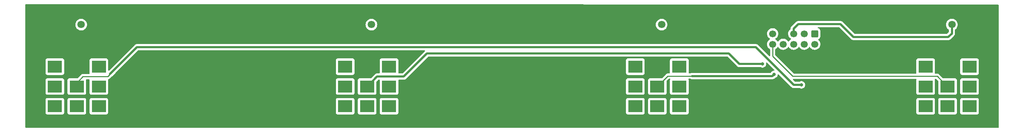
<source format=gtl>
G04 #@! TF.GenerationSoftware,KiCad,Pcbnew,7.0.2*
G04 #@! TF.CreationDate,2024-04-08T23:43:08+02:00*
G04 #@! TF.ProjectId,stm_audio_board_v3_Footswitch,73746d5f-6175-4646-996f-5f626f617264,rev?*
G04 #@! TF.SameCoordinates,Original*
G04 #@! TF.FileFunction,Copper,L1,Top*
G04 #@! TF.FilePolarity,Positive*
%FSLAX46Y46*%
G04 Gerber Fmt 4.6, Leading zero omitted, Abs format (unit mm)*
G04 Created by KiCad (PCBNEW 7.0.2) date 2024-04-08 23:43:08*
%MOMM*%
%LPD*%
G01*
G04 APERTURE LIST*
G04 Aperture macros list*
%AMRoundRect*
0 Rectangle with rounded corners*
0 $1 Rounding radius*
0 $2 $3 $4 $5 $6 $7 $8 $9 X,Y pos of 4 corners*
0 Add a 4 corners polygon primitive as box body*
4,1,4,$2,$3,$4,$5,$6,$7,$8,$9,$2,$3,0*
0 Add four circle primitives for the rounded corners*
1,1,$1+$1,$2,$3*
1,1,$1+$1,$4,$5*
1,1,$1+$1,$6,$7*
1,1,$1+$1,$8,$9*
0 Add four rect primitives between the rounded corners*
20,1,$1+$1,$2,$3,$4,$5,0*
20,1,$1+$1,$4,$5,$6,$7,0*
20,1,$1+$1,$6,$7,$8,$9,0*
20,1,$1+$1,$8,$9,$2,$3,0*%
G04 Aperture macros list end*
G04 #@! TA.AperFunction,ComponentPad*
%ADD10R,1.800000X1.800000*%
G04 #@! TD*
G04 #@! TA.AperFunction,ComponentPad*
%ADD11C,1.800000*%
G04 #@! TD*
G04 #@! TA.AperFunction,ComponentPad*
%ADD12R,3.500000X3.000000*%
G04 #@! TD*
G04 #@! TA.AperFunction,ComponentPad*
%ADD13RoundRect,0.250000X-0.600000X0.600000X-0.600000X-0.600000X0.600000X-0.600000X0.600000X0.600000X0*%
G04 #@! TD*
G04 #@! TA.AperFunction,ComponentPad*
%ADD14C,1.700000*%
G04 #@! TD*
G04 #@! TA.AperFunction,ViaPad*
%ADD15C,0.800000*%
G04 #@! TD*
G04 #@! TA.AperFunction,Conductor*
%ADD16C,0.254000*%
G04 #@! TD*
G04 #@! TA.AperFunction,Conductor*
%ADD17C,0.508000*%
G04 #@! TD*
G04 APERTURE END LIST*
D10*
X43452000Y-89265000D03*
D11*
X45992000Y-89265000D03*
D12*
X50252000Y-99465000D03*
X50252000Y-104265000D03*
X50252000Y-109065000D03*
X44952000Y-99465000D03*
X44952000Y-104265000D03*
X44952000Y-109065000D03*
X39652000Y-99465000D03*
X39652000Y-104265000D03*
X39652000Y-109065000D03*
D10*
X113452000Y-89265000D03*
D11*
X115992000Y-89265000D03*
D10*
X183452000Y-89265000D03*
D11*
X185992000Y-89265000D03*
D12*
X120252000Y-99465000D03*
X120252000Y-104265000D03*
X120252000Y-109065000D03*
X114952000Y-99465000D03*
X114952000Y-104265000D03*
X114952000Y-109065000D03*
X109652000Y-99465000D03*
X109652000Y-104265000D03*
X109652000Y-109065000D03*
X190252000Y-99465000D03*
X190252000Y-104265000D03*
X190252000Y-109065000D03*
X184952000Y-99465000D03*
X184952000Y-104265000D03*
X184952000Y-109065000D03*
X179652000Y-99465000D03*
X179652000Y-104265000D03*
X179652000Y-109065000D03*
X249652000Y-109065000D03*
X249652000Y-104265000D03*
X249652000Y-99465000D03*
X254952000Y-109065000D03*
X254952000Y-104265000D03*
X254952000Y-99465000D03*
X260252000Y-109065000D03*
X260252000Y-104265000D03*
X260252000Y-99465000D03*
D13*
X222926000Y-91477000D03*
D14*
X222926000Y-94017000D03*
X220386000Y-91477000D03*
X220386000Y-94017000D03*
X217846000Y-91477000D03*
X217846000Y-94017000D03*
X215306000Y-91477000D03*
X215306000Y-94017000D03*
X212766000Y-91477000D03*
X212766000Y-94017000D03*
D10*
X253452000Y-89265000D03*
D11*
X255992000Y-89265000D03*
D15*
X219710000Y-103886000D03*
X210312000Y-98806000D03*
X77526000Y-91360000D03*
X117526000Y-91360000D03*
X97526000Y-101360000D03*
X67526000Y-96360000D03*
X197526000Y-91360000D03*
X137526000Y-91360000D03*
X227526000Y-91360000D03*
X207526000Y-91360000D03*
X127526000Y-91360000D03*
X227526000Y-96360000D03*
X157526000Y-91360000D03*
X187526000Y-91360000D03*
X57526000Y-91360000D03*
X127526000Y-106360000D03*
X87526000Y-101360000D03*
X97526000Y-96360000D03*
X177526000Y-91360000D03*
X87526000Y-106360000D03*
X197526000Y-106360000D03*
X247526000Y-86360000D03*
X37526000Y-91360000D03*
X77526000Y-101360000D03*
X237526000Y-86360000D03*
X227526000Y-106360000D03*
X67526000Y-106360000D03*
X97526000Y-106360000D03*
X107526000Y-91360000D03*
X167526000Y-106360000D03*
X37526000Y-86360000D03*
X167526000Y-91360000D03*
X227526000Y-86360000D03*
X187526000Y-106360000D03*
X87526000Y-91360000D03*
X127526000Y-101360000D03*
X77526000Y-96360000D03*
X77526000Y-106360000D03*
X67526000Y-101360000D03*
X217526000Y-106360000D03*
X167526000Y-101360000D03*
X147526000Y-91360000D03*
X97526000Y-91360000D03*
X87526000Y-96360000D03*
X67526000Y-91360000D03*
X213106000Y-101346000D03*
D16*
X252477000Y-101790000D02*
X254952000Y-104265000D01*
X212766000Y-96942000D02*
X217614000Y-101790000D01*
X217614000Y-101790000D02*
X252477000Y-101790000D01*
X212766000Y-94017000D02*
X212766000Y-96942000D01*
D17*
X117377000Y-101840000D02*
X114952000Y-104265000D01*
X123380000Y-101840000D02*
X117377000Y-101840000D01*
X204724000Y-98806000D02*
X210312000Y-98806000D01*
X202184000Y-96266000D02*
X204724000Y-98806000D01*
X129414000Y-96266000D02*
X202184000Y-96266000D01*
X123394000Y-101854000D02*
X123826000Y-101854000D01*
X123826000Y-101854000D02*
X129414000Y-96266000D01*
X123380000Y-101840000D02*
X123394000Y-101854000D01*
X52959000Y-101219000D02*
X59436000Y-94742000D01*
X208725739Y-94742000D02*
X217869739Y-103886000D01*
X59436000Y-94742000D02*
X208725739Y-94742000D01*
X217869739Y-103886000D02*
X219710000Y-103886000D01*
D16*
X52959000Y-101219000D02*
X52959000Y-101351000D01*
X52959000Y-101351000D02*
X52440000Y-101870000D01*
X52440000Y-101870000D02*
X46426000Y-101870000D01*
X46426000Y-101870000D02*
X44256000Y-104040000D01*
X187477000Y-101740000D02*
X193310000Y-101740000D01*
X184952000Y-104265000D02*
X187477000Y-101740000D01*
D17*
X212712000Y-101740000D02*
X193310000Y-101740000D01*
X213106000Y-101346000D02*
X212712000Y-101740000D01*
X255992000Y-91408000D02*
X255992000Y-89265000D01*
X255140000Y-92260000D02*
X255992000Y-91408000D01*
X218948000Y-89154000D02*
X229108000Y-89154000D01*
X229108000Y-89154000D02*
X232214000Y-92260000D01*
X217846000Y-91477000D02*
X217846000Y-90256000D01*
X217846000Y-90256000D02*
X218948000Y-89154000D01*
X232214000Y-92260000D02*
X255140000Y-92260000D01*
X217932000Y-94103000D02*
X217846000Y-94017000D01*
D16*
X110804000Y-104040000D02*
X110844000Y-104040000D01*
D17*
X215138000Y-94185000D02*
X215306000Y-94017000D01*
G04 #@! TA.AperFunction,Conductor*
G36*
X267152592Y-84429834D02*
G01*
X267219613Y-84449565D01*
X267265331Y-84502401D01*
X267276500Y-84553833D01*
X267276500Y-114165500D01*
X267256815Y-114232539D01*
X267204011Y-114278294D01*
X267152500Y-114289500D01*
X67336294Y-114289500D01*
X32676413Y-114265157D01*
X32609387Y-114245425D01*
X32563669Y-114192589D01*
X32552500Y-114141157D01*
X32552500Y-110609578D01*
X37401500Y-110609578D01*
X37401501Y-110612872D01*
X37407909Y-110672483D01*
X37458204Y-110807331D01*
X37544454Y-110922546D01*
X37659669Y-111008796D01*
X37794517Y-111059091D01*
X37854127Y-111065500D01*
X41449872Y-111065499D01*
X41509483Y-111059091D01*
X41644331Y-111008796D01*
X41759546Y-110922546D01*
X41845796Y-110807331D01*
X41896091Y-110672483D01*
X41902500Y-110612873D01*
X41902500Y-110609578D01*
X42701500Y-110609578D01*
X42701501Y-110612872D01*
X42707909Y-110672483D01*
X42758204Y-110807331D01*
X42844454Y-110922546D01*
X42959669Y-111008796D01*
X43094517Y-111059091D01*
X43154127Y-111065500D01*
X46749872Y-111065499D01*
X46809483Y-111059091D01*
X46944331Y-111008796D01*
X47059546Y-110922546D01*
X47145796Y-110807331D01*
X47196091Y-110672483D01*
X47202500Y-110612873D01*
X47202500Y-110609578D01*
X48001500Y-110609578D01*
X48001501Y-110612872D01*
X48007909Y-110672483D01*
X48058204Y-110807331D01*
X48144454Y-110922546D01*
X48259669Y-111008796D01*
X48394517Y-111059091D01*
X48454127Y-111065500D01*
X52049872Y-111065499D01*
X52109483Y-111059091D01*
X52244331Y-111008796D01*
X52359546Y-110922546D01*
X52445796Y-110807331D01*
X52496091Y-110672483D01*
X52502500Y-110612873D01*
X52502500Y-110609578D01*
X107401500Y-110609578D01*
X107401501Y-110612872D01*
X107407909Y-110672483D01*
X107458204Y-110807331D01*
X107544454Y-110922546D01*
X107659669Y-111008796D01*
X107794517Y-111059091D01*
X107854127Y-111065500D01*
X111449872Y-111065499D01*
X111509483Y-111059091D01*
X111644331Y-111008796D01*
X111759546Y-110922546D01*
X111845796Y-110807331D01*
X111896091Y-110672483D01*
X111902500Y-110612873D01*
X111902500Y-110609578D01*
X112701500Y-110609578D01*
X112701501Y-110612872D01*
X112707909Y-110672483D01*
X112758204Y-110807331D01*
X112844454Y-110922546D01*
X112959669Y-111008796D01*
X113094517Y-111059091D01*
X113154127Y-111065500D01*
X116749872Y-111065499D01*
X116809483Y-111059091D01*
X116944331Y-111008796D01*
X117059546Y-110922546D01*
X117145796Y-110807331D01*
X117196091Y-110672483D01*
X117202500Y-110612873D01*
X117202500Y-110609578D01*
X118001500Y-110609578D01*
X118001501Y-110612872D01*
X118007909Y-110672483D01*
X118058204Y-110807331D01*
X118144454Y-110922546D01*
X118259669Y-111008796D01*
X118394517Y-111059091D01*
X118454127Y-111065500D01*
X122049872Y-111065499D01*
X122109483Y-111059091D01*
X122244331Y-111008796D01*
X122359546Y-110922546D01*
X122445796Y-110807331D01*
X122496091Y-110672483D01*
X122502500Y-110612873D01*
X122502500Y-110609578D01*
X177401500Y-110609578D01*
X177401501Y-110612872D01*
X177407909Y-110672483D01*
X177458204Y-110807331D01*
X177544454Y-110922546D01*
X177659669Y-111008796D01*
X177794517Y-111059091D01*
X177854127Y-111065500D01*
X181449872Y-111065499D01*
X181509483Y-111059091D01*
X181644331Y-111008796D01*
X181759546Y-110922546D01*
X181845796Y-110807331D01*
X181896091Y-110672483D01*
X181902500Y-110612873D01*
X181902500Y-110609578D01*
X182701500Y-110609578D01*
X182701501Y-110612872D01*
X182707909Y-110672483D01*
X182758204Y-110807331D01*
X182844454Y-110922546D01*
X182959669Y-111008796D01*
X183094517Y-111059091D01*
X183154127Y-111065500D01*
X186749872Y-111065499D01*
X186809483Y-111059091D01*
X186944331Y-111008796D01*
X187059546Y-110922546D01*
X187145796Y-110807331D01*
X187196091Y-110672483D01*
X187202500Y-110612873D01*
X187202500Y-110609578D01*
X188001500Y-110609578D01*
X188001501Y-110612872D01*
X188007909Y-110672483D01*
X188058204Y-110807331D01*
X188144454Y-110922546D01*
X188259669Y-111008796D01*
X188394517Y-111059091D01*
X188454127Y-111065500D01*
X192049872Y-111065499D01*
X192109483Y-111059091D01*
X192244331Y-111008796D01*
X192359546Y-110922546D01*
X192445796Y-110807331D01*
X192496091Y-110672483D01*
X192502500Y-110612873D01*
X192502500Y-110609578D01*
X247401500Y-110609578D01*
X247401501Y-110612872D01*
X247407909Y-110672483D01*
X247458204Y-110807331D01*
X247544454Y-110922546D01*
X247659669Y-111008796D01*
X247794517Y-111059091D01*
X247854127Y-111065500D01*
X251449872Y-111065499D01*
X251509483Y-111059091D01*
X251644331Y-111008796D01*
X251759546Y-110922546D01*
X251845796Y-110807331D01*
X251896091Y-110672483D01*
X251902500Y-110612873D01*
X251902500Y-110609578D01*
X252701500Y-110609578D01*
X252701501Y-110612872D01*
X252707909Y-110672483D01*
X252758204Y-110807331D01*
X252844454Y-110922546D01*
X252959669Y-111008796D01*
X253094517Y-111059091D01*
X253154127Y-111065500D01*
X256749872Y-111065499D01*
X256809483Y-111059091D01*
X256944331Y-111008796D01*
X257059546Y-110922546D01*
X257145796Y-110807331D01*
X257196091Y-110672483D01*
X257202500Y-110612873D01*
X257202500Y-110609578D01*
X258001500Y-110609578D01*
X258001501Y-110612872D01*
X258007909Y-110672483D01*
X258058204Y-110807331D01*
X258144454Y-110922546D01*
X258259669Y-111008796D01*
X258394517Y-111059091D01*
X258454127Y-111065500D01*
X262049872Y-111065499D01*
X262109483Y-111059091D01*
X262244331Y-111008796D01*
X262359546Y-110922546D01*
X262445796Y-110807331D01*
X262496091Y-110672483D01*
X262502500Y-110612873D01*
X262502499Y-107517128D01*
X262496091Y-107457517D01*
X262445796Y-107322669D01*
X262359546Y-107207454D01*
X262244331Y-107121204D01*
X262109483Y-107070909D01*
X262049873Y-107064500D01*
X262046550Y-107064500D01*
X258457439Y-107064500D01*
X258457420Y-107064500D01*
X258454128Y-107064501D01*
X258450848Y-107064853D01*
X258450840Y-107064854D01*
X258394515Y-107070909D01*
X258259669Y-107121204D01*
X258144454Y-107207454D01*
X258058204Y-107322668D01*
X258007910Y-107457515D01*
X258007909Y-107457517D01*
X258001500Y-107517127D01*
X258001500Y-107520448D01*
X258001500Y-107520449D01*
X258001500Y-110609560D01*
X258001500Y-110609578D01*
X257202500Y-110609578D01*
X257202499Y-107517128D01*
X257196091Y-107457517D01*
X257145796Y-107322669D01*
X257059546Y-107207454D01*
X256944331Y-107121204D01*
X256809483Y-107070909D01*
X256749873Y-107064500D01*
X256746550Y-107064500D01*
X253157439Y-107064500D01*
X253157420Y-107064500D01*
X253154128Y-107064501D01*
X253150848Y-107064853D01*
X253150840Y-107064854D01*
X253094515Y-107070909D01*
X252959669Y-107121204D01*
X252844454Y-107207454D01*
X252758204Y-107322668D01*
X252707910Y-107457515D01*
X252707909Y-107457517D01*
X252701500Y-107517127D01*
X252701500Y-107520448D01*
X252701500Y-107520449D01*
X252701500Y-110609560D01*
X252701500Y-110609578D01*
X251902500Y-110609578D01*
X251902499Y-107517128D01*
X251896091Y-107457517D01*
X251845796Y-107322669D01*
X251759546Y-107207454D01*
X251644331Y-107121204D01*
X251509483Y-107070909D01*
X251449873Y-107064500D01*
X251446550Y-107064500D01*
X247857439Y-107064500D01*
X247857420Y-107064500D01*
X247854128Y-107064501D01*
X247850848Y-107064853D01*
X247850840Y-107064854D01*
X247794515Y-107070909D01*
X247659669Y-107121204D01*
X247544454Y-107207454D01*
X247458204Y-107322668D01*
X247407910Y-107457515D01*
X247407909Y-107457517D01*
X247401500Y-107517127D01*
X247401500Y-107520448D01*
X247401500Y-107520449D01*
X247401500Y-110609560D01*
X247401500Y-110609578D01*
X192502500Y-110609578D01*
X192502499Y-107517128D01*
X192496091Y-107457517D01*
X192445796Y-107322669D01*
X192359546Y-107207454D01*
X192244331Y-107121204D01*
X192109483Y-107070909D01*
X192049873Y-107064500D01*
X192046550Y-107064500D01*
X188457439Y-107064500D01*
X188457420Y-107064500D01*
X188454128Y-107064501D01*
X188450848Y-107064853D01*
X188450840Y-107064854D01*
X188394515Y-107070909D01*
X188259669Y-107121204D01*
X188144454Y-107207454D01*
X188058204Y-107322668D01*
X188007910Y-107457515D01*
X188007909Y-107457517D01*
X188001500Y-107517127D01*
X188001500Y-107520448D01*
X188001500Y-107520449D01*
X188001500Y-110609560D01*
X188001500Y-110609578D01*
X187202500Y-110609578D01*
X187202499Y-107517128D01*
X187196091Y-107457517D01*
X187145796Y-107322669D01*
X187059546Y-107207454D01*
X186944331Y-107121204D01*
X186809483Y-107070909D01*
X186749873Y-107064500D01*
X186746550Y-107064500D01*
X183157439Y-107064500D01*
X183157420Y-107064500D01*
X183154128Y-107064501D01*
X183150848Y-107064853D01*
X183150840Y-107064854D01*
X183094515Y-107070909D01*
X182959669Y-107121204D01*
X182844454Y-107207454D01*
X182758204Y-107322668D01*
X182707910Y-107457515D01*
X182707909Y-107457517D01*
X182701500Y-107517127D01*
X182701500Y-107520448D01*
X182701500Y-107520449D01*
X182701500Y-110609560D01*
X182701500Y-110609578D01*
X181902500Y-110609578D01*
X181902499Y-107517128D01*
X181896091Y-107457517D01*
X181845796Y-107322669D01*
X181759546Y-107207454D01*
X181644331Y-107121204D01*
X181509483Y-107070909D01*
X181449873Y-107064500D01*
X181446550Y-107064500D01*
X177857439Y-107064500D01*
X177857420Y-107064500D01*
X177854128Y-107064501D01*
X177850848Y-107064853D01*
X177850840Y-107064854D01*
X177794515Y-107070909D01*
X177659669Y-107121204D01*
X177544454Y-107207454D01*
X177458204Y-107322668D01*
X177407910Y-107457515D01*
X177407909Y-107457517D01*
X177401500Y-107517127D01*
X177401500Y-107520448D01*
X177401500Y-107520449D01*
X177401500Y-110609560D01*
X177401500Y-110609578D01*
X122502500Y-110609578D01*
X122502499Y-107517128D01*
X122496091Y-107457517D01*
X122445796Y-107322669D01*
X122359546Y-107207454D01*
X122244331Y-107121204D01*
X122109483Y-107070909D01*
X122049873Y-107064500D01*
X122046550Y-107064500D01*
X118457439Y-107064500D01*
X118457420Y-107064500D01*
X118454128Y-107064501D01*
X118450848Y-107064853D01*
X118450840Y-107064854D01*
X118394515Y-107070909D01*
X118259669Y-107121204D01*
X118144454Y-107207454D01*
X118058204Y-107322668D01*
X118007910Y-107457515D01*
X118007909Y-107457517D01*
X118001500Y-107517127D01*
X118001500Y-107520448D01*
X118001500Y-107520449D01*
X118001500Y-110609560D01*
X118001500Y-110609578D01*
X117202500Y-110609578D01*
X117202499Y-107517128D01*
X117196091Y-107457517D01*
X117145796Y-107322669D01*
X117059546Y-107207454D01*
X116944331Y-107121204D01*
X116809483Y-107070909D01*
X116749873Y-107064500D01*
X116746550Y-107064500D01*
X113157439Y-107064500D01*
X113157420Y-107064500D01*
X113154128Y-107064501D01*
X113150848Y-107064853D01*
X113150840Y-107064854D01*
X113094515Y-107070909D01*
X112959669Y-107121204D01*
X112844454Y-107207454D01*
X112758204Y-107322668D01*
X112707910Y-107457515D01*
X112707909Y-107457517D01*
X112701500Y-107517127D01*
X112701500Y-107520448D01*
X112701500Y-107520449D01*
X112701500Y-110609560D01*
X112701500Y-110609578D01*
X111902500Y-110609578D01*
X111902499Y-107517128D01*
X111896091Y-107457517D01*
X111845796Y-107322669D01*
X111759546Y-107207454D01*
X111644331Y-107121204D01*
X111509483Y-107070909D01*
X111449873Y-107064500D01*
X111446550Y-107064500D01*
X107857439Y-107064500D01*
X107857420Y-107064500D01*
X107854128Y-107064501D01*
X107850848Y-107064853D01*
X107850840Y-107064854D01*
X107794515Y-107070909D01*
X107659669Y-107121204D01*
X107544454Y-107207454D01*
X107458204Y-107322668D01*
X107407910Y-107457515D01*
X107407909Y-107457517D01*
X107401500Y-107517127D01*
X107401500Y-107520448D01*
X107401500Y-107520449D01*
X107401500Y-110609560D01*
X107401500Y-110609578D01*
X52502500Y-110609578D01*
X52502499Y-107517128D01*
X52496091Y-107457517D01*
X52445796Y-107322669D01*
X52359546Y-107207454D01*
X52244331Y-107121204D01*
X52109483Y-107070909D01*
X52049873Y-107064500D01*
X52046550Y-107064500D01*
X48457439Y-107064500D01*
X48457420Y-107064500D01*
X48454128Y-107064501D01*
X48450848Y-107064853D01*
X48450840Y-107064854D01*
X48394515Y-107070909D01*
X48259669Y-107121204D01*
X48144454Y-107207454D01*
X48058204Y-107322668D01*
X48007910Y-107457515D01*
X48007909Y-107457517D01*
X48001500Y-107517127D01*
X48001500Y-107520448D01*
X48001500Y-107520449D01*
X48001500Y-110609560D01*
X48001500Y-110609578D01*
X47202500Y-110609578D01*
X47202499Y-107517128D01*
X47196091Y-107457517D01*
X47145796Y-107322669D01*
X47059546Y-107207454D01*
X46944331Y-107121204D01*
X46809483Y-107070909D01*
X46749873Y-107064500D01*
X46746550Y-107064500D01*
X43157439Y-107064500D01*
X43157420Y-107064500D01*
X43154128Y-107064501D01*
X43150848Y-107064853D01*
X43150840Y-107064854D01*
X43094515Y-107070909D01*
X42959669Y-107121204D01*
X42844454Y-107207454D01*
X42758204Y-107322668D01*
X42707910Y-107457515D01*
X42707909Y-107457517D01*
X42701500Y-107517127D01*
X42701500Y-107520448D01*
X42701500Y-107520449D01*
X42701500Y-110609560D01*
X42701500Y-110609578D01*
X41902500Y-110609578D01*
X41902499Y-107517128D01*
X41896091Y-107457517D01*
X41845796Y-107322669D01*
X41759546Y-107207454D01*
X41644331Y-107121204D01*
X41509483Y-107070909D01*
X41449873Y-107064500D01*
X41446550Y-107064500D01*
X37857439Y-107064500D01*
X37857420Y-107064500D01*
X37854128Y-107064501D01*
X37850848Y-107064853D01*
X37850840Y-107064854D01*
X37794515Y-107070909D01*
X37659669Y-107121204D01*
X37544454Y-107207454D01*
X37458204Y-107322668D01*
X37407910Y-107457515D01*
X37407909Y-107457517D01*
X37401500Y-107517127D01*
X37401500Y-107520448D01*
X37401500Y-107520449D01*
X37401500Y-110609560D01*
X37401500Y-110609578D01*
X32552500Y-110609578D01*
X32552500Y-105809578D01*
X37401500Y-105809578D01*
X37401501Y-105812872D01*
X37407909Y-105872483D01*
X37458204Y-106007331D01*
X37544454Y-106122546D01*
X37659669Y-106208796D01*
X37794517Y-106259091D01*
X37854127Y-106265500D01*
X41449872Y-106265499D01*
X41509483Y-106259091D01*
X41644331Y-106208796D01*
X41759546Y-106122546D01*
X41845796Y-106007331D01*
X41896091Y-105872483D01*
X41902500Y-105812873D01*
X41902500Y-105809578D01*
X42701500Y-105809578D01*
X42701501Y-105812872D01*
X42707909Y-105872483D01*
X42758204Y-106007331D01*
X42844454Y-106122546D01*
X42959669Y-106208796D01*
X43094517Y-106259091D01*
X43154127Y-106265500D01*
X46749872Y-106265499D01*
X46809483Y-106259091D01*
X46944331Y-106208796D01*
X47059546Y-106122546D01*
X47145796Y-106007331D01*
X47196091Y-105872483D01*
X47202500Y-105812873D01*
X47202499Y-102717128D01*
X47196091Y-102657517D01*
X47196090Y-102657513D01*
X47194426Y-102642031D01*
X47197167Y-102641736D01*
X47193836Y-102595139D01*
X47227323Y-102533817D01*
X47288647Y-102500333D01*
X47315002Y-102497500D01*
X47888998Y-102497500D01*
X47956037Y-102517185D01*
X48001792Y-102569989D01*
X48011736Y-102639147D01*
X48008536Y-102651682D01*
X48001854Y-102713833D01*
X48001500Y-102717127D01*
X48001500Y-102720448D01*
X48001500Y-102720449D01*
X48001500Y-105809560D01*
X48001500Y-105809578D01*
X48001501Y-105812872D01*
X48007909Y-105872483D01*
X48058204Y-106007331D01*
X48144454Y-106122546D01*
X48259669Y-106208796D01*
X48394517Y-106259091D01*
X48454127Y-106265500D01*
X52049872Y-106265499D01*
X52109483Y-106259091D01*
X52244331Y-106208796D01*
X52359546Y-106122546D01*
X52445796Y-106007331D01*
X52496091Y-105872483D01*
X52502500Y-105812873D01*
X52502500Y-105809578D01*
X107401500Y-105809578D01*
X107401501Y-105812872D01*
X107407909Y-105872483D01*
X107458204Y-106007331D01*
X107544454Y-106122546D01*
X107659669Y-106208796D01*
X107794517Y-106259091D01*
X107854127Y-106265500D01*
X111449872Y-106265499D01*
X111509483Y-106259091D01*
X111644331Y-106208796D01*
X111759546Y-106122546D01*
X111845796Y-106007331D01*
X111896091Y-105872483D01*
X111902500Y-105812873D01*
X111902499Y-102717128D01*
X111896091Y-102657517D01*
X111845796Y-102522669D01*
X111759546Y-102407454D01*
X111644331Y-102321204D01*
X111509483Y-102270909D01*
X111449873Y-102264500D01*
X111446550Y-102264500D01*
X107857439Y-102264500D01*
X107857420Y-102264500D01*
X107854128Y-102264501D01*
X107850848Y-102264853D01*
X107850840Y-102264854D01*
X107794515Y-102270909D01*
X107659669Y-102321204D01*
X107544454Y-102407454D01*
X107458204Y-102522668D01*
X107407909Y-102657516D01*
X107406891Y-102666989D01*
X107401500Y-102717127D01*
X107401500Y-102720448D01*
X107401500Y-102720449D01*
X107401500Y-105809560D01*
X107401500Y-105809578D01*
X52502500Y-105809578D01*
X52502499Y-102717128D01*
X52496091Y-102657517D01*
X52493832Y-102651461D01*
X52493073Y-102649424D01*
X52488088Y-102579733D01*
X52521572Y-102518409D01*
X52582895Y-102484924D01*
X52593698Y-102483069D01*
X52597293Y-102482616D01*
X52638055Y-102466476D01*
X52649092Y-102462698D01*
X52691191Y-102450468D01*
X52708510Y-102440224D01*
X52725994Y-102431659D01*
X52744703Y-102424253D01*
X52780168Y-102398485D01*
X52789915Y-102392081D01*
X52827656Y-102369763D01*
X52841892Y-102355526D01*
X52856679Y-102342896D01*
X52872967Y-102331063D01*
X52900904Y-102297290D01*
X52908756Y-102288661D01*
X53295675Y-101901742D01*
X53318251Y-101883891D01*
X53430154Y-101814870D01*
X54235446Y-101009578D01*
X107401500Y-101009578D01*
X107401501Y-101012872D01*
X107401853Y-101016152D01*
X107401854Y-101016159D01*
X107407909Y-101072484D01*
X107427444Y-101124860D01*
X107458204Y-101207331D01*
X107544454Y-101322546D01*
X107659669Y-101408796D01*
X107794517Y-101459091D01*
X107854127Y-101465500D01*
X111449872Y-101465499D01*
X111509483Y-101459091D01*
X111644331Y-101408796D01*
X111759546Y-101322546D01*
X111845796Y-101207331D01*
X111896091Y-101072483D01*
X111902500Y-101012873D01*
X111902499Y-97917128D01*
X111896091Y-97857517D01*
X111845796Y-97722669D01*
X111759546Y-97607454D01*
X111644331Y-97521204D01*
X111509483Y-97470909D01*
X111449873Y-97464500D01*
X111446550Y-97464500D01*
X107857439Y-97464500D01*
X107857420Y-97464500D01*
X107854128Y-97464501D01*
X107850848Y-97464853D01*
X107850840Y-97464854D01*
X107794515Y-97470909D01*
X107659669Y-97521204D01*
X107544454Y-97607454D01*
X107458204Y-97722668D01*
X107407910Y-97857515D01*
X107407909Y-97857517D01*
X107401500Y-97917127D01*
X107401500Y-97920448D01*
X107401500Y-97920449D01*
X107401500Y-101009560D01*
X107401500Y-101009578D01*
X54235446Y-101009578D01*
X59712204Y-95532819D01*
X59773528Y-95499334D01*
X59799886Y-95496500D01*
X128815227Y-95496500D01*
X128882266Y-95516185D01*
X128928021Y-95568989D01*
X128937965Y-95638147D01*
X128908940Y-95701703D01*
X128905419Y-95705596D01*
X128873944Y-95738956D01*
X128871433Y-95741541D01*
X123563794Y-101049181D01*
X123502471Y-101082666D01*
X123476113Y-101085500D01*
X123469751Y-101085500D01*
X123447425Y-101083218D01*
X123370804Y-101085448D01*
X123367198Y-101085500D01*
X122626500Y-101085500D01*
X122559461Y-101065815D01*
X122513706Y-101013011D01*
X122502500Y-100961500D01*
X122502499Y-97920439D01*
X122502499Y-97917128D01*
X122496091Y-97857517D01*
X122445796Y-97722669D01*
X122359546Y-97607454D01*
X122244331Y-97521204D01*
X122109483Y-97470909D01*
X122049873Y-97464500D01*
X122046550Y-97464500D01*
X118457439Y-97464500D01*
X118457420Y-97464500D01*
X118454128Y-97464501D01*
X118450848Y-97464853D01*
X118450840Y-97464854D01*
X118394515Y-97470909D01*
X118259669Y-97521204D01*
X118144454Y-97607454D01*
X118058204Y-97722668D01*
X118007910Y-97857515D01*
X118007909Y-97857517D01*
X118001500Y-97917127D01*
X118001500Y-99452539D01*
X118001501Y-100961500D01*
X117981816Y-101028539D01*
X117929012Y-101074294D01*
X117877501Y-101085500D01*
X117441000Y-101085500D01*
X117423030Y-101084191D01*
X117409638Y-101082229D01*
X117399094Y-101080685D01*
X117399093Y-101080685D01*
X117349452Y-101085028D01*
X117338645Y-101085500D01*
X117333059Y-101085500D01*
X117329484Y-101085917D01*
X117329479Y-101085918D01*
X117302112Y-101089116D01*
X117298530Y-101089482D01*
X117222176Y-101096162D01*
X117202962Y-101100422D01*
X117130926Y-101126640D01*
X117127524Y-101127822D01*
X117054814Y-101151917D01*
X117037088Y-101160498D01*
X116973067Y-101202604D01*
X116970030Y-101204539D01*
X116904816Y-101244765D01*
X116889543Y-101257206D01*
X116836944Y-101312956D01*
X116834433Y-101315541D01*
X115921793Y-102228181D01*
X115860470Y-102261666D01*
X115834112Y-102264500D01*
X113157439Y-102264500D01*
X113157420Y-102264500D01*
X113154128Y-102264501D01*
X113150848Y-102264853D01*
X113150840Y-102264854D01*
X113094515Y-102270909D01*
X112959669Y-102321204D01*
X112844454Y-102407454D01*
X112758204Y-102522668D01*
X112707909Y-102657516D01*
X112706891Y-102666989D01*
X112701500Y-102717127D01*
X112701500Y-102720448D01*
X112701500Y-102720449D01*
X112701500Y-105809560D01*
X112701500Y-105809578D01*
X112701501Y-105812872D01*
X112707909Y-105872483D01*
X112758204Y-106007331D01*
X112844454Y-106122546D01*
X112959669Y-106208796D01*
X113094517Y-106259091D01*
X113154127Y-106265500D01*
X116749872Y-106265499D01*
X116809483Y-106259091D01*
X116944331Y-106208796D01*
X117059546Y-106122546D01*
X117145796Y-106007331D01*
X117196091Y-105872483D01*
X117202500Y-105812873D01*
X117202499Y-103132885D01*
X117222184Y-103065847D01*
X117238818Y-103045205D01*
X117653205Y-102630819D01*
X117714528Y-102597334D01*
X117740886Y-102594500D01*
X117877500Y-102594500D01*
X117944539Y-102614185D01*
X117990294Y-102666989D01*
X118001500Y-102718500D01*
X118001500Y-105809560D01*
X118001500Y-105809578D01*
X118001501Y-105812872D01*
X118007909Y-105872483D01*
X118058204Y-106007331D01*
X118144454Y-106122546D01*
X118259669Y-106208796D01*
X118394517Y-106259091D01*
X118454127Y-106265500D01*
X122049872Y-106265499D01*
X122109483Y-106259091D01*
X122244331Y-106208796D01*
X122359546Y-106122546D01*
X122445796Y-106007331D01*
X122496091Y-105872483D01*
X122502500Y-105812873D01*
X122502500Y-105809578D01*
X177401500Y-105809578D01*
X177401501Y-105812872D01*
X177407909Y-105872483D01*
X177458204Y-106007331D01*
X177544454Y-106122546D01*
X177659669Y-106208796D01*
X177794517Y-106259091D01*
X177854127Y-106265500D01*
X181449872Y-106265499D01*
X181509483Y-106259091D01*
X181644331Y-106208796D01*
X181759546Y-106122546D01*
X181845796Y-106007331D01*
X181896091Y-105872483D01*
X181902500Y-105812873D01*
X181902499Y-102717128D01*
X181896091Y-102657517D01*
X181845796Y-102522669D01*
X181759546Y-102407454D01*
X181644331Y-102321204D01*
X181509483Y-102270909D01*
X181449873Y-102264500D01*
X181446550Y-102264500D01*
X177857439Y-102264500D01*
X177857420Y-102264500D01*
X177854128Y-102264501D01*
X177850848Y-102264853D01*
X177850840Y-102264854D01*
X177794515Y-102270909D01*
X177659669Y-102321204D01*
X177544454Y-102407454D01*
X177458204Y-102522668D01*
X177407909Y-102657516D01*
X177406891Y-102666989D01*
X177401500Y-102717127D01*
X177401500Y-102720448D01*
X177401500Y-102720449D01*
X177401500Y-105809560D01*
X177401500Y-105809578D01*
X122502500Y-105809578D01*
X122502499Y-102718499D01*
X122522184Y-102651461D01*
X122574988Y-102605706D01*
X122626499Y-102594500D01*
X123232250Y-102594500D01*
X123260846Y-102597842D01*
X123305812Y-102608500D01*
X123305814Y-102608500D01*
X123306995Y-102608780D01*
X123326574Y-102610781D01*
X123327791Y-102610745D01*
X123327794Y-102610746D01*
X123398669Y-102608683D01*
X123403196Y-102608552D01*
X123406802Y-102608500D01*
X123762000Y-102608500D01*
X123779970Y-102609809D01*
X123783723Y-102610358D01*
X123803906Y-102613315D01*
X123853547Y-102608972D01*
X123864355Y-102608500D01*
X123866343Y-102608500D01*
X123869941Y-102608500D01*
X123873514Y-102608082D01*
X123873520Y-102608082D01*
X123893845Y-102605706D01*
X123900910Y-102604880D01*
X123904448Y-102604518D01*
X123979612Y-102597943D01*
X123979617Y-102597941D01*
X123980832Y-102597835D01*
X124000027Y-102593580D01*
X124001179Y-102593160D01*
X124001184Y-102593160D01*
X124072074Y-102567357D01*
X124075434Y-102566190D01*
X124147036Y-102542464D01*
X124147041Y-102542460D01*
X124148202Y-102542076D01*
X124165902Y-102533507D01*
X124166919Y-102532837D01*
X124166924Y-102532836D01*
X124229967Y-102491371D01*
X124232959Y-102489465D01*
X124297154Y-102449870D01*
X124297154Y-102449869D01*
X124298193Y-102449229D01*
X124313444Y-102436805D01*
X124314281Y-102435917D01*
X124314285Y-102435915D01*
X124366071Y-102381023D01*
X124368516Y-102378506D01*
X125737444Y-101009578D01*
X177401500Y-101009578D01*
X177401501Y-101012872D01*
X177401853Y-101016152D01*
X177401854Y-101016159D01*
X177407909Y-101072484D01*
X177427444Y-101124860D01*
X177458204Y-101207331D01*
X177544454Y-101322546D01*
X177659669Y-101408796D01*
X177794517Y-101459091D01*
X177854127Y-101465500D01*
X181449872Y-101465499D01*
X181509483Y-101459091D01*
X181644331Y-101408796D01*
X181759546Y-101322546D01*
X181845796Y-101207331D01*
X181896091Y-101072483D01*
X181902500Y-101012873D01*
X181902499Y-97917128D01*
X181896091Y-97857517D01*
X181845796Y-97722669D01*
X181759546Y-97607454D01*
X181644331Y-97521204D01*
X181509483Y-97470909D01*
X181449873Y-97464500D01*
X181446550Y-97464500D01*
X177857439Y-97464500D01*
X177857420Y-97464500D01*
X177854128Y-97464501D01*
X177850848Y-97464853D01*
X177850840Y-97464854D01*
X177794515Y-97470909D01*
X177659669Y-97521204D01*
X177544454Y-97607454D01*
X177458204Y-97722668D01*
X177407910Y-97857515D01*
X177407909Y-97857517D01*
X177401500Y-97917127D01*
X177401500Y-97920448D01*
X177401500Y-97920449D01*
X177401500Y-101009560D01*
X177401500Y-101009578D01*
X125737444Y-101009578D01*
X129690204Y-97056819D01*
X129751528Y-97023334D01*
X129777886Y-97020500D01*
X201820114Y-97020500D01*
X201887153Y-97040185D01*
X201907795Y-97056819D01*
X204145234Y-99294258D01*
X204157015Y-99307890D01*
X204171460Y-99327293D01*
X204209634Y-99359325D01*
X204217609Y-99366633D01*
X204221559Y-99370583D01*
X204224390Y-99372822D01*
X204224394Y-99372825D01*
X204246007Y-99389915D01*
X204248802Y-99392192D01*
X204277368Y-99416161D01*
X204306573Y-99440667D01*
X204306574Y-99440667D01*
X204307508Y-99441451D01*
X204324102Y-99452023D01*
X204325207Y-99452538D01*
X204325208Y-99452539D01*
X204393626Y-99484442D01*
X204396752Y-99485956D01*
X204464189Y-99519824D01*
X204464192Y-99519824D01*
X204465284Y-99520373D01*
X204483866Y-99526831D01*
X204485054Y-99527076D01*
X204485060Y-99527079D01*
X204559007Y-99542347D01*
X204562354Y-99543089D01*
X204635812Y-99560500D01*
X204635817Y-99560500D01*
X204636994Y-99560779D01*
X204656571Y-99562780D01*
X204657790Y-99562744D01*
X204657793Y-99562745D01*
X204729051Y-99560671D01*
X204733161Y-99560552D01*
X204736767Y-99560500D01*
X209778169Y-99560500D01*
X209845208Y-99580185D01*
X209851037Y-99584169D01*
X209859270Y-99590151D01*
X209859271Y-99590151D01*
X209859272Y-99590152D01*
X210032197Y-99667144D01*
X210217352Y-99706500D01*
X210217354Y-99706500D01*
X210406648Y-99706500D01*
X210530084Y-99680262D01*
X210591803Y-99667144D01*
X210764730Y-99590151D01*
X210908103Y-99485985D01*
X210917870Y-99478889D01*
X210951580Y-99441451D01*
X211044533Y-99338216D01*
X211139179Y-99174284D01*
X211197674Y-98994256D01*
X211217460Y-98806000D01*
X211197674Y-98617744D01*
X211195182Y-98610077D01*
X211193188Y-98540239D01*
X211229268Y-98480406D01*
X211291969Y-98449577D01*
X211361383Y-98457541D01*
X211400795Y-98484080D01*
X213150534Y-100233819D01*
X213184019Y-100295142D01*
X213179035Y-100364834D01*
X213137163Y-100420767D01*
X213071699Y-100445184D01*
X213062853Y-100445500D01*
X213011352Y-100445500D01*
X212826197Y-100484855D01*
X212653269Y-100561848D01*
X212500129Y-100673110D01*
X212373466Y-100813783D01*
X212310122Y-100923500D01*
X212259555Y-100971716D01*
X212202735Y-100985500D01*
X193266059Y-100985500D01*
X193262492Y-100985916D01*
X193262490Y-100985917D01*
X193134813Y-101000840D01*
X192969076Y-101061163D01*
X192947787Y-101075166D01*
X192922039Y-101092100D01*
X192855214Y-101112493D01*
X192853901Y-101112500D01*
X192626500Y-101112500D01*
X192559461Y-101092815D01*
X192513706Y-101040011D01*
X192502500Y-100988500D01*
X192502499Y-97920439D01*
X192502499Y-97917128D01*
X192496091Y-97857517D01*
X192445796Y-97722669D01*
X192359546Y-97607454D01*
X192244331Y-97521204D01*
X192109483Y-97470909D01*
X192049873Y-97464500D01*
X192046550Y-97464500D01*
X188457439Y-97464500D01*
X188457420Y-97464500D01*
X188454128Y-97464501D01*
X188450848Y-97464853D01*
X188450840Y-97464854D01*
X188394515Y-97470909D01*
X188259669Y-97521204D01*
X188144454Y-97607454D01*
X188058204Y-97722668D01*
X188007910Y-97857515D01*
X188007909Y-97857517D01*
X188001500Y-97917127D01*
X188001500Y-97920448D01*
X188001500Y-97920449D01*
X188001501Y-100988500D01*
X187981816Y-101055539D01*
X187929012Y-101101294D01*
X187877501Y-101112500D01*
X187559966Y-101112500D01*
X187539399Y-101110229D01*
X187469095Y-101112439D01*
X187465200Y-101112500D01*
X187437524Y-101112500D01*
X187433652Y-101112988D01*
X187433635Y-101112990D01*
X187433493Y-101113008D01*
X187421874Y-101113922D01*
X187378057Y-101115299D01*
X187358724Y-101120916D01*
X187339678Y-101124860D01*
X187319705Y-101127383D01*
X187278953Y-101143518D01*
X187267905Y-101147301D01*
X187225807Y-101159532D01*
X187208480Y-101169779D01*
X187191012Y-101178336D01*
X187172295Y-101185746D01*
X187136825Y-101211516D01*
X187127067Y-101217927D01*
X187089344Y-101240237D01*
X187089342Y-101240238D01*
X187089343Y-101240238D01*
X187075107Y-101254473D01*
X187060319Y-101267103D01*
X187044033Y-101278936D01*
X187016091Y-101312711D01*
X187008230Y-101321349D01*
X186101398Y-102228181D01*
X186040075Y-102261666D01*
X186013717Y-102264500D01*
X183157439Y-102264500D01*
X183157420Y-102264500D01*
X183154128Y-102264501D01*
X183150848Y-102264853D01*
X183150840Y-102264854D01*
X183094515Y-102270909D01*
X182959669Y-102321204D01*
X182844454Y-102407454D01*
X182758204Y-102522668D01*
X182707909Y-102657516D01*
X182706891Y-102666989D01*
X182701500Y-102717127D01*
X182701500Y-102720448D01*
X182701500Y-102720449D01*
X182701500Y-105809560D01*
X182701500Y-105809578D01*
X182701501Y-105812872D01*
X182707909Y-105872483D01*
X182758204Y-106007331D01*
X182844454Y-106122546D01*
X182959669Y-106208796D01*
X183094517Y-106259091D01*
X183154127Y-106265500D01*
X186749872Y-106265499D01*
X186809483Y-106259091D01*
X186944331Y-106208796D01*
X187059546Y-106122546D01*
X187145796Y-106007331D01*
X187196091Y-105872483D01*
X187202500Y-105812873D01*
X187202499Y-102953280D01*
X187222184Y-102886242D01*
X187238818Y-102865600D01*
X187700600Y-102403819D01*
X187761923Y-102370334D01*
X187788281Y-102367500D01*
X187937485Y-102367500D01*
X188004524Y-102387185D01*
X188050279Y-102439989D01*
X188060223Y-102509147D01*
X188053667Y-102534833D01*
X188007909Y-102657514D01*
X188001854Y-102713833D01*
X188001500Y-102717127D01*
X188001500Y-102720448D01*
X188001500Y-102720449D01*
X188001500Y-105809560D01*
X188001500Y-105809578D01*
X188001501Y-105812872D01*
X188007909Y-105872483D01*
X188058204Y-106007331D01*
X188144454Y-106122546D01*
X188259669Y-106208796D01*
X188394517Y-106259091D01*
X188454127Y-106265500D01*
X192049872Y-106265499D01*
X192109483Y-106259091D01*
X192244331Y-106208796D01*
X192359546Y-106122546D01*
X192445796Y-106007331D01*
X192496091Y-105872483D01*
X192502500Y-105812873D01*
X192502499Y-102717128D01*
X192496091Y-102657517D01*
X192450333Y-102534833D01*
X192445349Y-102465141D01*
X192478834Y-102403818D01*
X192540157Y-102370334D01*
X192566515Y-102367500D01*
X192848914Y-102367500D01*
X192904562Y-102380688D01*
X193050189Y-102453824D01*
X193050190Y-102453824D01*
X193050192Y-102453825D01*
X193221810Y-102494500D01*
X193221812Y-102494500D01*
X212648000Y-102494500D01*
X212665970Y-102495809D01*
X212669057Y-102496261D01*
X212689906Y-102499315D01*
X212739547Y-102494972D01*
X212750355Y-102494500D01*
X212752343Y-102494500D01*
X212755941Y-102494500D01*
X212759514Y-102494082D01*
X212759520Y-102494082D01*
X212782565Y-102491388D01*
X212786910Y-102490880D01*
X212790448Y-102490518D01*
X212865612Y-102483943D01*
X212865617Y-102483941D01*
X212866832Y-102483835D01*
X212886027Y-102479580D01*
X212887179Y-102479160D01*
X212887184Y-102479160D01*
X212958074Y-102453357D01*
X212961434Y-102452190D01*
X213033036Y-102428464D01*
X213033041Y-102428460D01*
X213034202Y-102428076D01*
X213051902Y-102419507D01*
X213052919Y-102418837D01*
X213052924Y-102418836D01*
X213115967Y-102377371D01*
X213118959Y-102375465D01*
X213183154Y-102335870D01*
X213183154Y-102335869D01*
X213184193Y-102335229D01*
X213199444Y-102322805D01*
X213200281Y-102321917D01*
X213200285Y-102321915D01*
X213252071Y-102267023D01*
X213254523Y-102264500D01*
X213265954Y-102253068D01*
X213327275Y-102219585D01*
X213327493Y-102219537D01*
X213385803Y-102207144D01*
X213385804Y-102207143D01*
X213385806Y-102207143D01*
X213558730Y-102130151D01*
X213711870Y-102018889D01*
X213838533Y-101878216D01*
X213933179Y-101714284D01*
X213933178Y-101714283D01*
X213991674Y-101534256D01*
X214008182Y-101377184D01*
X214034765Y-101312573D01*
X214092062Y-101272588D01*
X214161881Y-101269928D01*
X214219183Y-101302468D01*
X217290973Y-104374258D01*
X217302754Y-104387890D01*
X217317199Y-104407293D01*
X217355373Y-104439325D01*
X217363348Y-104446633D01*
X217367298Y-104450583D01*
X217391768Y-104469931D01*
X217394478Y-104472138D01*
X217452312Y-104520667D01*
X217452317Y-104520669D01*
X217453251Y-104521453D01*
X217469840Y-104532022D01*
X217470946Y-104532538D01*
X217470948Y-104532539D01*
X217539323Y-104564422D01*
X217542514Y-104565968D01*
X217611021Y-104600373D01*
X217629612Y-104606834D01*
X217630799Y-104607079D01*
X217704677Y-104622333D01*
X217708150Y-104623103D01*
X217781551Y-104640500D01*
X217781553Y-104640500D01*
X217782734Y-104640780D01*
X217802313Y-104642781D01*
X217803530Y-104642745D01*
X217803533Y-104642746D01*
X217874408Y-104640683D01*
X217878935Y-104640552D01*
X217882541Y-104640500D01*
X219176169Y-104640500D01*
X219243208Y-104660185D01*
X219249037Y-104664169D01*
X219257270Y-104670151D01*
X219257271Y-104670151D01*
X219257272Y-104670152D01*
X219430197Y-104747144D01*
X219615352Y-104786500D01*
X219615354Y-104786500D01*
X219804648Y-104786500D01*
X219928083Y-104760262D01*
X219989803Y-104747144D01*
X220162730Y-104670151D01*
X220259527Y-104599824D01*
X220315870Y-104558889D01*
X220442533Y-104418216D01*
X220537179Y-104254284D01*
X220537178Y-104254284D01*
X220595674Y-104074256D01*
X220615460Y-103886000D01*
X220595674Y-103697744D01*
X220537179Y-103517716D01*
X220537179Y-103517715D01*
X220442533Y-103353783D01*
X220315870Y-103213110D01*
X220162730Y-103101848D01*
X219989802Y-103024855D01*
X219804648Y-102985500D01*
X219804646Y-102985500D01*
X219615354Y-102985500D01*
X219615352Y-102985500D01*
X219430197Y-103024855D01*
X219257272Y-103101847D01*
X219253701Y-103104441D01*
X219249052Y-103107819D01*
X219183247Y-103131298D01*
X219176169Y-103131500D01*
X218233626Y-103131500D01*
X218166587Y-103111815D01*
X218145945Y-103095181D01*
X217679945Y-102629181D01*
X217646460Y-102567858D01*
X217651444Y-102498166D01*
X217693316Y-102442233D01*
X217758780Y-102417816D01*
X217767626Y-102417500D01*
X247318836Y-102417500D01*
X247385875Y-102437185D01*
X247431630Y-102489989D01*
X247441574Y-102559147D01*
X247435018Y-102584833D01*
X247407909Y-102657514D01*
X247401854Y-102713833D01*
X247401500Y-102717127D01*
X247401500Y-102720448D01*
X247401500Y-102720449D01*
X247401500Y-105809560D01*
X247401500Y-105809578D01*
X247401501Y-105812872D01*
X247407909Y-105872483D01*
X247458204Y-106007331D01*
X247544454Y-106122546D01*
X247659669Y-106208796D01*
X247794517Y-106259091D01*
X247854127Y-106265500D01*
X251449872Y-106265499D01*
X251509483Y-106259091D01*
X251644331Y-106208796D01*
X251759546Y-106122546D01*
X251845796Y-106007331D01*
X251896091Y-105872483D01*
X251902500Y-105812873D01*
X251902499Y-102717128D01*
X251896091Y-102657517D01*
X251868980Y-102584830D01*
X251863997Y-102515142D01*
X251897481Y-102453819D01*
X251958804Y-102420334D01*
X251985163Y-102417500D01*
X252165719Y-102417500D01*
X252232758Y-102437185D01*
X252253400Y-102453819D01*
X252665181Y-102865600D01*
X252698666Y-102926923D01*
X252701500Y-102953281D01*
X252701500Y-105809560D01*
X252701500Y-105809578D01*
X252701501Y-105812872D01*
X252707909Y-105872483D01*
X252758204Y-106007331D01*
X252844454Y-106122546D01*
X252959669Y-106208796D01*
X253094517Y-106259091D01*
X253154127Y-106265500D01*
X256749872Y-106265499D01*
X256809483Y-106259091D01*
X256944331Y-106208796D01*
X257059546Y-106122546D01*
X257145796Y-106007331D01*
X257196091Y-105872483D01*
X257202500Y-105812873D01*
X257202500Y-105809578D01*
X258001500Y-105809578D01*
X258001501Y-105812872D01*
X258007909Y-105872483D01*
X258058204Y-106007331D01*
X258144454Y-106122546D01*
X258259669Y-106208796D01*
X258394517Y-106259091D01*
X258454127Y-106265500D01*
X262049872Y-106265499D01*
X262109483Y-106259091D01*
X262244331Y-106208796D01*
X262359546Y-106122546D01*
X262445796Y-106007331D01*
X262496091Y-105872483D01*
X262502500Y-105812873D01*
X262502499Y-102717128D01*
X262496091Y-102657517D01*
X262445796Y-102522669D01*
X262359546Y-102407454D01*
X262244331Y-102321204D01*
X262109483Y-102270909D01*
X262049873Y-102264500D01*
X262046550Y-102264500D01*
X258457439Y-102264500D01*
X258457420Y-102264500D01*
X258454128Y-102264501D01*
X258450848Y-102264853D01*
X258450840Y-102264854D01*
X258394515Y-102270909D01*
X258259669Y-102321204D01*
X258144454Y-102407454D01*
X258058204Y-102522668D01*
X258007909Y-102657516D01*
X258006891Y-102666989D01*
X258001500Y-102717127D01*
X258001500Y-102720448D01*
X258001500Y-102720449D01*
X258001500Y-105809560D01*
X258001500Y-105809578D01*
X257202500Y-105809578D01*
X257202499Y-102717128D01*
X257196091Y-102657517D01*
X257145796Y-102522669D01*
X257059546Y-102407454D01*
X256944331Y-102321204D01*
X256809483Y-102270909D01*
X256749873Y-102264500D01*
X256746551Y-102264500D01*
X253890281Y-102264500D01*
X253823242Y-102244815D01*
X253802600Y-102228181D01*
X252979375Y-101404956D01*
X252966439Y-101388809D01*
X252915152Y-101340647D01*
X252912355Y-101337936D01*
X252895558Y-101321139D01*
X252892796Y-101318377D01*
X252889714Y-101315987D01*
X252889710Y-101315983D01*
X252889604Y-101315901D01*
X252880716Y-101308310D01*
X252874495Y-101302468D01*
X252848767Y-101278307D01*
X252840056Y-101273518D01*
X252831120Y-101268605D01*
X252814858Y-101257922D01*
X252798963Y-101245592D01*
X252758736Y-101228184D01*
X252748248Y-101223046D01*
X252709831Y-101201926D01*
X252690337Y-101196921D01*
X252671933Y-101190620D01*
X252653458Y-101182625D01*
X252610171Y-101175769D01*
X252598736Y-101173401D01*
X252556274Y-101162500D01*
X252556272Y-101162500D01*
X252536142Y-101162500D01*
X252516743Y-101160973D01*
X252496868Y-101157825D01*
X252496867Y-101157825D01*
X252478810Y-101159532D01*
X252453230Y-101161950D01*
X252441561Y-101162500D01*
X252024459Y-101162500D01*
X251957420Y-101142815D01*
X251911665Y-101090011D01*
X251901169Y-101025248D01*
X251902500Y-101012873D01*
X251902500Y-101009578D01*
X258001500Y-101009578D01*
X258001501Y-101012872D01*
X258001853Y-101016152D01*
X258001854Y-101016159D01*
X258007909Y-101072484D01*
X258027444Y-101124860D01*
X258058204Y-101207331D01*
X258144454Y-101322546D01*
X258259669Y-101408796D01*
X258394517Y-101459091D01*
X258454127Y-101465500D01*
X262049872Y-101465499D01*
X262109483Y-101459091D01*
X262244331Y-101408796D01*
X262359546Y-101322546D01*
X262445796Y-101207331D01*
X262496091Y-101072483D01*
X262502500Y-101012873D01*
X262502499Y-97917128D01*
X262496091Y-97857517D01*
X262445796Y-97722669D01*
X262359546Y-97607454D01*
X262244331Y-97521204D01*
X262109483Y-97470909D01*
X262049873Y-97464500D01*
X262046550Y-97464500D01*
X258457439Y-97464500D01*
X258457420Y-97464500D01*
X258454128Y-97464501D01*
X258450848Y-97464853D01*
X258450840Y-97464854D01*
X258394515Y-97470909D01*
X258259669Y-97521204D01*
X258144454Y-97607454D01*
X258058204Y-97722668D01*
X258007910Y-97857515D01*
X258007909Y-97857517D01*
X258001500Y-97917127D01*
X258001500Y-97920448D01*
X258001500Y-97920449D01*
X258001500Y-101009560D01*
X258001500Y-101009578D01*
X251902500Y-101009578D01*
X251902499Y-97917128D01*
X251896091Y-97857517D01*
X251845796Y-97722669D01*
X251759546Y-97607454D01*
X251644331Y-97521204D01*
X251509483Y-97470909D01*
X251449873Y-97464500D01*
X251446550Y-97464500D01*
X247857439Y-97464500D01*
X247857420Y-97464500D01*
X247854128Y-97464501D01*
X247850848Y-97464853D01*
X247850840Y-97464854D01*
X247794515Y-97470909D01*
X247659669Y-97521204D01*
X247544454Y-97607454D01*
X247458204Y-97722668D01*
X247407910Y-97857515D01*
X247407909Y-97857517D01*
X247401500Y-97917127D01*
X247401500Y-97920448D01*
X247401500Y-97920449D01*
X247401500Y-101009560D01*
X247401500Y-101009578D01*
X247401501Y-101012872D01*
X247401852Y-101016144D01*
X247401854Y-101016167D01*
X247402831Y-101025249D01*
X247390423Y-101094009D01*
X247342811Y-101145144D01*
X247279541Y-101162500D01*
X217925281Y-101162500D01*
X217858242Y-101142815D01*
X217837600Y-101126181D01*
X213429819Y-96718400D01*
X213396334Y-96657077D01*
X213393500Y-96630719D01*
X213393500Y-95290826D01*
X213413185Y-95223787D01*
X213446375Y-95189252D01*
X213637401Y-95055495D01*
X213804495Y-94888401D01*
X213934427Y-94702838D01*
X213989001Y-94659216D01*
X214058499Y-94652022D01*
X214120854Y-94683545D01*
X214137572Y-94702838D01*
X214267505Y-94888401D01*
X214434599Y-95055495D01*
X214628170Y-95191035D01*
X214842337Y-95290903D01*
X215070592Y-95352063D01*
X215306000Y-95372659D01*
X215541408Y-95352063D01*
X215769663Y-95290903D01*
X215983830Y-95191035D01*
X216177401Y-95055495D01*
X216344495Y-94888401D01*
X216474426Y-94702839D01*
X216529002Y-94659216D01*
X216598500Y-94652022D01*
X216660855Y-94683545D01*
X216677571Y-94702837D01*
X216807505Y-94888401D01*
X216974599Y-95055495D01*
X217168170Y-95191035D01*
X217382337Y-95290903D01*
X217610591Y-95352062D01*
X217610592Y-95352063D01*
X217845999Y-95372659D01*
X217845999Y-95372658D01*
X217846000Y-95372659D01*
X218081408Y-95352063D01*
X218309663Y-95290903D01*
X218523830Y-95191035D01*
X218717401Y-95055495D01*
X218884495Y-94888401D01*
X219014426Y-94702839D01*
X219069002Y-94659216D01*
X219138500Y-94652022D01*
X219200855Y-94683545D01*
X219217571Y-94702837D01*
X219347505Y-94888401D01*
X219514599Y-95055495D01*
X219708170Y-95191035D01*
X219922337Y-95290903D01*
X220150592Y-95352062D01*
X220150592Y-95352063D01*
X220385999Y-95372659D01*
X220385999Y-95372658D01*
X220386000Y-95372659D01*
X220621408Y-95352063D01*
X220849663Y-95290903D01*
X221063830Y-95191035D01*
X221257401Y-95055495D01*
X221424495Y-94888401D01*
X221554426Y-94702839D01*
X221609002Y-94659216D01*
X221678500Y-94652022D01*
X221740855Y-94683545D01*
X221757571Y-94702837D01*
X221887505Y-94888401D01*
X222054599Y-95055495D01*
X222248170Y-95191035D01*
X222462337Y-95290903D01*
X222690592Y-95352063D01*
X222926000Y-95372659D01*
X223161408Y-95352063D01*
X223389663Y-95290903D01*
X223603830Y-95191035D01*
X223797401Y-95055495D01*
X223964495Y-94888401D01*
X224100035Y-94694830D01*
X224199903Y-94480663D01*
X224261063Y-94252408D01*
X224281659Y-94017000D01*
X224261063Y-93781592D01*
X224199903Y-93553337D01*
X224100035Y-93339171D01*
X223964495Y-93145599D01*
X223797401Y-92978505D01*
X223789730Y-92970834D01*
X223792438Y-92968125D01*
X223761345Y-92929193D01*
X223754182Y-92859691D01*
X223785731Y-92797350D01*
X223837111Y-92764538D01*
X223845334Y-92761814D01*
X223994656Y-92669712D01*
X224118712Y-92545656D01*
X224210814Y-92396334D01*
X224265999Y-92229797D01*
X224276500Y-92127009D01*
X224276499Y-90826992D01*
X224265999Y-90724203D01*
X224210814Y-90557666D01*
X224118712Y-90408344D01*
X224118711Y-90408342D01*
X223994657Y-90284288D01*
X223845334Y-90192186D01*
X223718647Y-90150206D01*
X223661202Y-90110433D01*
X223634379Y-90045917D01*
X223646694Y-89977141D01*
X223694237Y-89925942D01*
X223757651Y-89908500D01*
X228744114Y-89908500D01*
X228811153Y-89928185D01*
X228831795Y-89944819D01*
X231635234Y-92748258D01*
X231647015Y-92761890D01*
X231661461Y-92781294D01*
X231666774Y-92785752D01*
X231699634Y-92813325D01*
X231707609Y-92820633D01*
X231711559Y-92824583D01*
X231736029Y-92843931D01*
X231738739Y-92846138D01*
X231796573Y-92894667D01*
X231796578Y-92894669D01*
X231797512Y-92895453D01*
X231814101Y-92906022D01*
X231815207Y-92906538D01*
X231815209Y-92906539D01*
X231883584Y-92938422D01*
X231886775Y-92939968D01*
X231955282Y-92974373D01*
X231973866Y-92980831D01*
X231975054Y-92981076D01*
X231975060Y-92981079D01*
X232049007Y-92996347D01*
X232052354Y-92997089D01*
X232125812Y-93014500D01*
X232125817Y-93014500D01*
X232126994Y-93014779D01*
X232146571Y-93016780D01*
X232147790Y-93016744D01*
X232147793Y-93016745D01*
X232219051Y-93014671D01*
X232223161Y-93014552D01*
X232226767Y-93014500D01*
X255076000Y-93014500D01*
X255093970Y-93015809D01*
X255097723Y-93016358D01*
X255117906Y-93019315D01*
X255167547Y-93014972D01*
X255178355Y-93014500D01*
X255180343Y-93014500D01*
X255183941Y-93014500D01*
X255187514Y-93014082D01*
X255187520Y-93014082D01*
X255207611Y-93011733D01*
X255214910Y-93010880D01*
X255218448Y-93010518D01*
X255293612Y-93003943D01*
X255293617Y-93003941D01*
X255294832Y-93003835D01*
X255314027Y-92999580D01*
X255315179Y-92999160D01*
X255315184Y-92999160D01*
X255386074Y-92973357D01*
X255389434Y-92972190D01*
X255461036Y-92948464D01*
X255461041Y-92948460D01*
X255462202Y-92948076D01*
X255479902Y-92939507D01*
X255480919Y-92938837D01*
X255480924Y-92938836D01*
X255543967Y-92897371D01*
X255546979Y-92895453D01*
X255611154Y-92855870D01*
X255611154Y-92855869D01*
X255612193Y-92855229D01*
X255627444Y-92842805D01*
X255628281Y-92841917D01*
X255628285Y-92841915D01*
X255680071Y-92787023D01*
X255682516Y-92784506D01*
X256480264Y-91986758D01*
X256493883Y-91974988D01*
X256513294Y-91960539D01*
X256545324Y-91922366D01*
X256552638Y-91914386D01*
X256553234Y-91913789D01*
X256556583Y-91910441D01*
X256575927Y-91885974D01*
X256578161Y-91883232D01*
X256626667Y-91825427D01*
X256626668Y-91825424D01*
X256627449Y-91824494D01*
X256638018Y-91807904D01*
X256638534Y-91806797D01*
X256638539Y-91806791D01*
X256670445Y-91738366D01*
X256671958Y-91735241D01*
X256705824Y-91667811D01*
X256705824Y-91667809D01*
X256706374Y-91666715D01*
X256712830Y-91648142D01*
X256713077Y-91646943D01*
X256713079Y-91646940D01*
X256728345Y-91573001D01*
X256729101Y-91569596D01*
X256746500Y-91496188D01*
X256746499Y-91496184D01*
X256746782Y-91494995D01*
X256748781Y-91475424D01*
X256748599Y-91469181D01*
X256746552Y-91398838D01*
X256746499Y-91395230D01*
X256746499Y-91004967D01*
X256746499Y-90513080D01*
X256766184Y-90446045D01*
X256794331Y-90415236D01*
X256943784Y-90298913D01*
X257100979Y-90128153D01*
X257227924Y-89933849D01*
X257321157Y-89721300D01*
X257378134Y-89496305D01*
X257397300Y-89265000D01*
X257378134Y-89033695D01*
X257321157Y-88808700D01*
X257227924Y-88596151D01*
X257100979Y-88401847D01*
X256943784Y-88231087D01*
X256760626Y-88088530D01*
X256556503Y-87978064D01*
X256556499Y-87978062D01*
X256556498Y-87978062D01*
X256336984Y-87902702D01*
X256165281Y-87874050D01*
X256108049Y-87864500D01*
X255875951Y-87864500D01*
X255830164Y-87872140D01*
X255647015Y-87902702D01*
X255427501Y-87978062D01*
X255223372Y-88088531D01*
X255040215Y-88231087D01*
X254883020Y-88401848D01*
X254756076Y-88596150D01*
X254662844Y-88808696D01*
X254605865Y-89033700D01*
X254586699Y-89264999D01*
X254605865Y-89496299D01*
X254605865Y-89496301D01*
X254605866Y-89496305D01*
X254658325Y-89703459D01*
X254662844Y-89721303D01*
X254718637Y-89848498D01*
X254756076Y-89933849D01*
X254883021Y-90128153D01*
X255040216Y-90298913D01*
X255040219Y-90298915D01*
X255189661Y-90415231D01*
X255230474Y-90471941D01*
X255237499Y-90513084D01*
X255237499Y-91044114D01*
X255217814Y-91111153D01*
X255201180Y-91131795D01*
X254863795Y-91469181D01*
X254802472Y-91502666D01*
X254776114Y-91505500D01*
X232577886Y-91505500D01*
X232510847Y-91485815D01*
X232490205Y-91469181D01*
X229686766Y-88665742D01*
X229674983Y-88652108D01*
X229660538Y-88632705D01*
X229622365Y-88600674D01*
X229614389Y-88593365D01*
X229612993Y-88591969D01*
X229610441Y-88589417D01*
X229607613Y-88587181D01*
X229607603Y-88587172D01*
X229585988Y-88570081D01*
X229583191Y-88567803D01*
X229524497Y-88518552D01*
X229507898Y-88507976D01*
X229438442Y-88475589D01*
X229435197Y-88474018D01*
X229366722Y-88439629D01*
X229348125Y-88433165D01*
X229273086Y-88417670D01*
X229269569Y-88416890D01*
X229195005Y-88399219D01*
X229175425Y-88397218D01*
X229098804Y-88399448D01*
X229095198Y-88399500D01*
X219011993Y-88399500D01*
X218994023Y-88398191D01*
X218983639Y-88396670D01*
X218970093Y-88394686D01*
X218970092Y-88394686D01*
X218920459Y-88399028D01*
X218909653Y-88399500D01*
X218904059Y-88399500D01*
X218900497Y-88399916D01*
X218900484Y-88399917D01*
X218873091Y-88403119D01*
X218869505Y-88403485D01*
X218793177Y-88410162D01*
X218773962Y-88414422D01*
X218701926Y-88440640D01*
X218698524Y-88441822D01*
X218625814Y-88465917D01*
X218608088Y-88474498D01*
X218544067Y-88516604D01*
X218541030Y-88518539D01*
X218475816Y-88558765D01*
X218460543Y-88571206D01*
X218407944Y-88626956D01*
X218405433Y-88629541D01*
X217357741Y-89677233D01*
X217344112Y-89689012D01*
X217324707Y-89703459D01*
X217292675Y-89741632D01*
X217285391Y-89749582D01*
X217283985Y-89750988D01*
X217283963Y-89751012D01*
X217281417Y-89753559D01*
X217279181Y-89756386D01*
X217279179Y-89756389D01*
X217262089Y-89778002D01*
X217259814Y-89780794D01*
X217210554Y-89839500D01*
X217199972Y-89856112D01*
X217167581Y-89925571D01*
X217166011Y-89928813D01*
X217131632Y-89997269D01*
X217125164Y-90015878D01*
X217109671Y-90090911D01*
X217108891Y-90094430D01*
X217091218Y-90168998D01*
X217089218Y-90188576D01*
X217091447Y-90265193D01*
X217091499Y-90268798D01*
X217091499Y-90292100D01*
X217071814Y-90359139D01*
X217038623Y-90393674D01*
X216974599Y-90438504D01*
X216807505Y-90605598D01*
X216671965Y-90799170D01*
X216572097Y-91013336D01*
X216510936Y-91241592D01*
X216490340Y-91477000D01*
X216510936Y-91712407D01*
X216538560Y-91815501D01*
X216572097Y-91940663D01*
X216671965Y-92154830D01*
X216807505Y-92348401D01*
X216974599Y-92515495D01*
X217160160Y-92645426D01*
X217203783Y-92700002D01*
X217210976Y-92769501D01*
X217179454Y-92831855D01*
X217160158Y-92848575D01*
X216981939Y-92973366D01*
X216974595Y-92978508D01*
X216807505Y-93145598D01*
X216677575Y-93331159D01*
X216622998Y-93374784D01*
X216553500Y-93381978D01*
X216491145Y-93350455D01*
X216474425Y-93331159D01*
X216344494Y-93145598D01*
X216177404Y-92978508D01*
X216177401Y-92978505D01*
X215983830Y-92842965D01*
X215769663Y-92743097D01*
X215700257Y-92724500D01*
X215541407Y-92681936D01*
X215306000Y-92661340D01*
X215070592Y-92681936D01*
X214842336Y-92743097D01*
X214628170Y-92842965D01*
X214434598Y-92978505D01*
X214267508Y-93145595D01*
X214137574Y-93331160D01*
X214082997Y-93374785D01*
X214013498Y-93381977D01*
X213951144Y-93350455D01*
X213934429Y-93331164D01*
X213804495Y-93145599D01*
X213637401Y-92978505D01*
X213451839Y-92848573D01*
X213408216Y-92793998D01*
X213401022Y-92724500D01*
X213432545Y-92662145D01*
X213451837Y-92645428D01*
X213637401Y-92515495D01*
X213804495Y-92348401D01*
X213940035Y-92154830D01*
X214039903Y-91940663D01*
X214101063Y-91712408D01*
X214121659Y-91477000D01*
X214101063Y-91241592D01*
X214039903Y-91013337D01*
X213940035Y-90799171D01*
X213804495Y-90605599D01*
X213637401Y-90438505D01*
X213443830Y-90302965D01*
X213229663Y-90203097D01*
X213168502Y-90186709D01*
X213001407Y-90141936D01*
X212765999Y-90121340D01*
X212530592Y-90141936D01*
X212302336Y-90203097D01*
X212088170Y-90302965D01*
X211894598Y-90438505D01*
X211727505Y-90605598D01*
X211591965Y-90799170D01*
X211492097Y-91013336D01*
X211430936Y-91241592D01*
X211410340Y-91476999D01*
X211430936Y-91712407D01*
X211458560Y-91815501D01*
X211492097Y-91940663D01*
X211591965Y-92154830D01*
X211727505Y-92348401D01*
X211894599Y-92515495D01*
X212080160Y-92645426D01*
X212123783Y-92700002D01*
X212130976Y-92769501D01*
X212099454Y-92831855D01*
X212080158Y-92848575D01*
X211901939Y-92973366D01*
X211894595Y-92978508D01*
X211727505Y-93145598D01*
X211591965Y-93339170D01*
X211492097Y-93553336D01*
X211430936Y-93781592D01*
X211410340Y-94017000D01*
X211430936Y-94252407D01*
X211431294Y-94253742D01*
X211492097Y-94480663D01*
X211591965Y-94694830D01*
X211727505Y-94888401D01*
X211894599Y-95055495D01*
X212085624Y-95189252D01*
X212129247Y-95243828D01*
X212138499Y-95290826D01*
X212138500Y-96788374D01*
X212118815Y-96855413D01*
X212066012Y-96901168D01*
X211996853Y-96911112D01*
X211933297Y-96882087D01*
X211926819Y-96876055D01*
X209304505Y-94253742D01*
X209292722Y-94240108D01*
X209278277Y-94220705D01*
X209240104Y-94188674D01*
X209232128Y-94181365D01*
X209230732Y-94179969D01*
X209228180Y-94177417D01*
X209225352Y-94175181D01*
X209225342Y-94175172D01*
X209203727Y-94158081D01*
X209200930Y-94155803D01*
X209142236Y-94106552D01*
X209125637Y-94095976D01*
X209056181Y-94063589D01*
X209052936Y-94062018D01*
X208984461Y-94027629D01*
X208965864Y-94021165D01*
X208890825Y-94005670D01*
X208887308Y-94004890D01*
X208812744Y-93987219D01*
X208793164Y-93985218D01*
X208716543Y-93987448D01*
X208712937Y-93987500D01*
X59499993Y-93987500D01*
X59482023Y-93986191D01*
X59471639Y-93984670D01*
X59458093Y-93982686D01*
X59458092Y-93982686D01*
X59408459Y-93987028D01*
X59397653Y-93987500D01*
X59392059Y-93987500D01*
X59388497Y-93987916D01*
X59388484Y-93987917D01*
X59361091Y-93991119D01*
X59357505Y-93991485D01*
X59281177Y-93998162D01*
X59261962Y-94002422D01*
X59189926Y-94028640D01*
X59186524Y-94029822D01*
X59113814Y-94053917D01*
X59096088Y-94062498D01*
X59032067Y-94104604D01*
X59029030Y-94106539D01*
X58963816Y-94146765D01*
X58948543Y-94159206D01*
X58895944Y-94214956D01*
X58893433Y-94217541D01*
X52714180Y-100396795D01*
X52652857Y-100430280D01*
X52583165Y-100425296D01*
X52527232Y-100383424D01*
X52502815Y-100317960D01*
X52502499Y-100309114D01*
X52502499Y-97920439D01*
X52502499Y-97920438D01*
X52502499Y-97917128D01*
X52496091Y-97857517D01*
X52445796Y-97722669D01*
X52359546Y-97607454D01*
X52244331Y-97521204D01*
X52109483Y-97470909D01*
X52049873Y-97464500D01*
X52046550Y-97464500D01*
X48457439Y-97464500D01*
X48457420Y-97464500D01*
X48454128Y-97464501D01*
X48450848Y-97464853D01*
X48450840Y-97464854D01*
X48394515Y-97470909D01*
X48259669Y-97521204D01*
X48144454Y-97607454D01*
X48058204Y-97722668D01*
X48007910Y-97857515D01*
X48007909Y-97857517D01*
X48001500Y-97917127D01*
X48001500Y-97920448D01*
X48001500Y-97920449D01*
X48001500Y-101009560D01*
X48001500Y-101009578D01*
X48001501Y-101012872D01*
X48007909Y-101072483D01*
X48008910Y-101075166D01*
X48013894Y-101144858D01*
X47980409Y-101206181D01*
X47919086Y-101239666D01*
X47892728Y-101242500D01*
X46508966Y-101242500D01*
X46488403Y-101240229D01*
X46418095Y-101242439D01*
X46414200Y-101242500D01*
X46386524Y-101242500D01*
X46382652Y-101242988D01*
X46382635Y-101242990D01*
X46382493Y-101243008D01*
X46370874Y-101243922D01*
X46327057Y-101245299D01*
X46307724Y-101250916D01*
X46288679Y-101254860D01*
X46268707Y-101257383D01*
X46227954Y-101273518D01*
X46216907Y-101277300D01*
X46174804Y-101289532D01*
X46157476Y-101299780D01*
X46140009Y-101308337D01*
X46121298Y-101315745D01*
X46085837Y-101341509D01*
X46076077Y-101347920D01*
X46038345Y-101370235D01*
X46024107Y-101384473D01*
X46009319Y-101397103D01*
X45993033Y-101408936D01*
X45965091Y-101442711D01*
X45957230Y-101451349D01*
X45180398Y-102228181D01*
X45119075Y-102261666D01*
X45092717Y-102264500D01*
X43157439Y-102264500D01*
X43157420Y-102264500D01*
X43154128Y-102264501D01*
X43150848Y-102264853D01*
X43150840Y-102264854D01*
X43094515Y-102270909D01*
X42959669Y-102321204D01*
X42844454Y-102407454D01*
X42758204Y-102522668D01*
X42707909Y-102657516D01*
X42706891Y-102666989D01*
X42701500Y-102717127D01*
X42701500Y-102720448D01*
X42701500Y-102720449D01*
X42701500Y-105809560D01*
X42701500Y-105809578D01*
X41902500Y-105809578D01*
X41902499Y-102717128D01*
X41896091Y-102657517D01*
X41845796Y-102522669D01*
X41759546Y-102407454D01*
X41644331Y-102321204D01*
X41509483Y-102270909D01*
X41449873Y-102264500D01*
X41446550Y-102264500D01*
X37857439Y-102264500D01*
X37857420Y-102264500D01*
X37854128Y-102264501D01*
X37850848Y-102264853D01*
X37850840Y-102264854D01*
X37794515Y-102270909D01*
X37659669Y-102321204D01*
X37544454Y-102407454D01*
X37458204Y-102522668D01*
X37407909Y-102657516D01*
X37406891Y-102666989D01*
X37401500Y-102717127D01*
X37401500Y-102720448D01*
X37401500Y-102720449D01*
X37401500Y-105809560D01*
X37401500Y-105809578D01*
X32552500Y-105809578D01*
X32552500Y-101009578D01*
X37401500Y-101009578D01*
X37401501Y-101012872D01*
X37401853Y-101016152D01*
X37401854Y-101016159D01*
X37407909Y-101072484D01*
X37427444Y-101124860D01*
X37458204Y-101207331D01*
X37544454Y-101322546D01*
X37659669Y-101408796D01*
X37794517Y-101459091D01*
X37854127Y-101465500D01*
X41449872Y-101465499D01*
X41509483Y-101459091D01*
X41644331Y-101408796D01*
X41759546Y-101322546D01*
X41845796Y-101207331D01*
X41896091Y-101072483D01*
X41902500Y-101012873D01*
X41902499Y-97917128D01*
X41896091Y-97857517D01*
X41845796Y-97722669D01*
X41759546Y-97607454D01*
X41644331Y-97521204D01*
X41509483Y-97470909D01*
X41449873Y-97464500D01*
X41446550Y-97464500D01*
X37857439Y-97464500D01*
X37857420Y-97464500D01*
X37854128Y-97464501D01*
X37850848Y-97464853D01*
X37850840Y-97464854D01*
X37794515Y-97470909D01*
X37659669Y-97521204D01*
X37544454Y-97607454D01*
X37458204Y-97722668D01*
X37407910Y-97857515D01*
X37407909Y-97857517D01*
X37401500Y-97917127D01*
X37401500Y-97920448D01*
X37401500Y-97920449D01*
X37401500Y-101009560D01*
X37401500Y-101009578D01*
X32552500Y-101009578D01*
X32552500Y-89264999D01*
X44586699Y-89264999D01*
X44605865Y-89496299D01*
X44605865Y-89496301D01*
X44605866Y-89496305D01*
X44658325Y-89703459D01*
X44662844Y-89721303D01*
X44718637Y-89848498D01*
X44756076Y-89933849D01*
X44883021Y-90128153D01*
X45040216Y-90298913D01*
X45223374Y-90441470D01*
X45427497Y-90551936D01*
X45537258Y-90589616D01*
X45647015Y-90627297D01*
X45647017Y-90627297D01*
X45647019Y-90627298D01*
X45875951Y-90665500D01*
X45875952Y-90665500D01*
X46108048Y-90665500D01*
X46108049Y-90665500D01*
X46336981Y-90627298D01*
X46556503Y-90551936D01*
X46760626Y-90441470D01*
X46943784Y-90298913D01*
X47100979Y-90128153D01*
X47227924Y-89933849D01*
X47321157Y-89721300D01*
X47378134Y-89496305D01*
X47397300Y-89265000D01*
X47397300Y-89264999D01*
X114586699Y-89264999D01*
X114605865Y-89496299D01*
X114605865Y-89496301D01*
X114605866Y-89496305D01*
X114658325Y-89703459D01*
X114662844Y-89721303D01*
X114718637Y-89848498D01*
X114756076Y-89933849D01*
X114883021Y-90128153D01*
X115040216Y-90298913D01*
X115223374Y-90441470D01*
X115427497Y-90551936D01*
X115537258Y-90589616D01*
X115647015Y-90627297D01*
X115647017Y-90627297D01*
X115647019Y-90627298D01*
X115875951Y-90665500D01*
X115875952Y-90665500D01*
X116108048Y-90665500D01*
X116108049Y-90665500D01*
X116336981Y-90627298D01*
X116556503Y-90551936D01*
X116760626Y-90441470D01*
X116943784Y-90298913D01*
X117100979Y-90128153D01*
X117227924Y-89933849D01*
X117321157Y-89721300D01*
X117378134Y-89496305D01*
X117397300Y-89265000D01*
X117397300Y-89264999D01*
X184586699Y-89264999D01*
X184605865Y-89496299D01*
X184605865Y-89496301D01*
X184605866Y-89496305D01*
X184658325Y-89703459D01*
X184662844Y-89721303D01*
X184718637Y-89848498D01*
X184756076Y-89933849D01*
X184883021Y-90128153D01*
X185040216Y-90298913D01*
X185223374Y-90441470D01*
X185427497Y-90551936D01*
X185537258Y-90589616D01*
X185647015Y-90627297D01*
X185647017Y-90627297D01*
X185647019Y-90627298D01*
X185875951Y-90665500D01*
X185875952Y-90665500D01*
X186108048Y-90665500D01*
X186108049Y-90665500D01*
X186336981Y-90627298D01*
X186556503Y-90551936D01*
X186760626Y-90441470D01*
X186943784Y-90298913D01*
X187100979Y-90128153D01*
X187227924Y-89933849D01*
X187321157Y-89721300D01*
X187378134Y-89496305D01*
X187397300Y-89265000D01*
X187378134Y-89033695D01*
X187321157Y-88808700D01*
X187227924Y-88596151D01*
X187100979Y-88401847D01*
X186943784Y-88231087D01*
X186760626Y-88088530D01*
X186556503Y-87978064D01*
X186556499Y-87978062D01*
X186556498Y-87978062D01*
X186336984Y-87902702D01*
X186165281Y-87874050D01*
X186108049Y-87864500D01*
X185875951Y-87864500D01*
X185830164Y-87872140D01*
X185647015Y-87902702D01*
X185427501Y-87978062D01*
X185223372Y-88088531D01*
X185040215Y-88231087D01*
X184883020Y-88401848D01*
X184756076Y-88596150D01*
X184662844Y-88808696D01*
X184605865Y-89033700D01*
X184586699Y-89264999D01*
X117397300Y-89264999D01*
X117378134Y-89033695D01*
X117321157Y-88808700D01*
X117227924Y-88596151D01*
X117100979Y-88401847D01*
X116943784Y-88231087D01*
X116760626Y-88088530D01*
X116556503Y-87978064D01*
X116556499Y-87978062D01*
X116556498Y-87978062D01*
X116336984Y-87902702D01*
X116165281Y-87874050D01*
X116108049Y-87864500D01*
X115875951Y-87864500D01*
X115830164Y-87872140D01*
X115647015Y-87902702D01*
X115427501Y-87978062D01*
X115223372Y-88088531D01*
X115040215Y-88231087D01*
X114883020Y-88401848D01*
X114756076Y-88596150D01*
X114662844Y-88808696D01*
X114605865Y-89033700D01*
X114586699Y-89264999D01*
X47397300Y-89264999D01*
X47378134Y-89033695D01*
X47321157Y-88808700D01*
X47227924Y-88596151D01*
X47100979Y-88401847D01*
X46943784Y-88231087D01*
X46760626Y-88088530D01*
X46556503Y-87978064D01*
X46556499Y-87978062D01*
X46556498Y-87978062D01*
X46336984Y-87902702D01*
X46165281Y-87874050D01*
X46108049Y-87864500D01*
X45875951Y-87864500D01*
X45830164Y-87872140D01*
X45647015Y-87902702D01*
X45427501Y-87978062D01*
X45223372Y-88088531D01*
X45040215Y-88231087D01*
X44883020Y-88401848D01*
X44756076Y-88596150D01*
X44662844Y-88808696D01*
X44605865Y-89033700D01*
X44586699Y-89264999D01*
X32552500Y-89264999D01*
X32552500Y-84414500D01*
X32572185Y-84347461D01*
X32624989Y-84301706D01*
X32676500Y-84290500D01*
X68760140Y-84290500D01*
X267152592Y-84429834D01*
G37*
G04 #@! TD.AperFunction*
M02*

</source>
